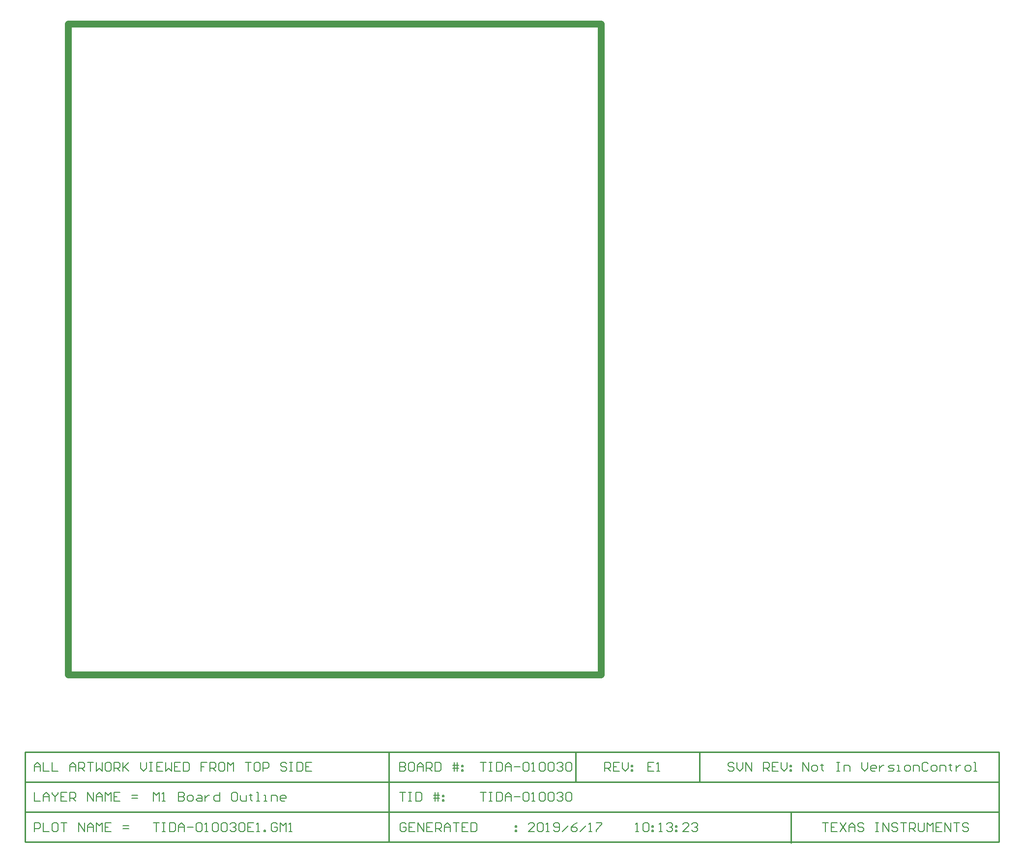
<source format=gm1>
G04 Layer_Color=11296232*
%FSAX25Y25*%
%MOIN*%
G70*
G01*
G75*
%ADD49C,0.01000*%
%ADD63C,0.00800*%
%ADD149C,0.04724*%
G54D49*
X0559400Y0039400D02*
Y0059683D01*
X0440500Y0040050D02*
X0700200D01*
Y0101050D01*
X0286500Y0040050D02*
Y0101050D01*
X0040000Y0040050D02*
Y0101050D01*
X0040050Y0040050D02*
X0197600D01*
X0040050D02*
Y0101050D01*
Y0101050D02*
X0700200D01*
X0040000Y0040050D02*
X0440500D01*
X0040000Y0060383D02*
X0700000D01*
X0040000Y0080717D02*
X0700200D01*
X0413200D02*
Y0101050D01*
X0497200Y0080717D02*
Y0101050D01*
G54D63*
X0126900Y0067551D02*
Y0073549D01*
X0128899Y0071549D01*
X0130899Y0073549D01*
Y0067551D01*
X0132898D02*
X0134897D01*
X0133898D01*
Y0073549D01*
X0132898Y0072549D01*
X0143895Y0073549D02*
Y0067551D01*
X0146894D01*
X0147893Y0068550D01*
Y0069550D01*
X0146894Y0070550D01*
X0143895D01*
X0146894D01*
X0147893Y0071549D01*
Y0072549D01*
X0146894Y0073549D01*
X0143895D01*
X0150892Y0067551D02*
X0152892D01*
X0153891Y0068550D01*
Y0070550D01*
X0152892Y0071549D01*
X0150892D01*
X0149893Y0070550D01*
Y0068550D01*
X0150892Y0067551D01*
X0156890Y0071549D02*
X0158890D01*
X0159889Y0070550D01*
Y0067551D01*
X0156890D01*
X0155891Y0068550D01*
X0156890Y0069550D01*
X0159889D01*
X0161889Y0071549D02*
Y0067551D01*
Y0069550D01*
X0162888Y0070550D01*
X0163888Y0071549D01*
X0164888D01*
X0171885Y0073549D02*
Y0067551D01*
X0168886D01*
X0167887Y0068550D01*
Y0070550D01*
X0168886Y0071549D01*
X0171885D01*
X0182882Y0073549D02*
X0180883D01*
X0179883Y0072549D01*
Y0068550D01*
X0180883Y0067551D01*
X0182882D01*
X0183882Y0068550D01*
Y0072549D01*
X0182882Y0073549D01*
X0185881Y0071549D02*
Y0068550D01*
X0186881Y0067551D01*
X0189880D01*
Y0071549D01*
X0192879Y0072549D02*
Y0071549D01*
X0191879D01*
X0193878D01*
X0192879D01*
Y0068550D01*
X0193878Y0067551D01*
X0196877D02*
X0198877D01*
X0197877D01*
Y0073549D01*
X0196877D01*
X0201876Y0067551D02*
X0203875D01*
X0202875D01*
Y0071549D01*
X0201876D01*
X0206874Y0067551D02*
Y0071549D01*
X0209873D01*
X0210873Y0070550D01*
Y0067551D01*
X0215871D02*
X0213872D01*
X0212872Y0068550D01*
Y0070550D01*
X0213872Y0071549D01*
X0215871D01*
X0216871Y0070550D01*
Y0069550D01*
X0212872D01*
X0348550Y0073498D02*
X0352549D01*
X0350549D01*
Y0067500D01*
X0354548Y0073498D02*
X0356547D01*
X0355548D01*
Y0067500D01*
X0354548D01*
X0356547D01*
X0359546Y0073498D02*
Y0067500D01*
X0362545D01*
X0363545Y0068500D01*
Y0072498D01*
X0362545Y0073498D01*
X0359546D01*
X0365545Y0067500D02*
Y0071499D01*
X0367544Y0073498D01*
X0369543Y0071499D01*
Y0067500D01*
Y0070499D01*
X0365545D01*
X0371543D02*
X0375541D01*
X0377541Y0072498D02*
X0378540Y0073498D01*
X0380540D01*
X0381539Y0072498D01*
Y0068500D01*
X0380540Y0067500D01*
X0378540D01*
X0377541Y0068500D01*
Y0072498D01*
X0383539Y0067500D02*
X0385538D01*
X0384538D01*
Y0073498D01*
X0383539Y0072498D01*
X0388537D02*
X0389537Y0073498D01*
X0391536D01*
X0392536Y0072498D01*
Y0068500D01*
X0391536Y0067500D01*
X0389537D01*
X0388537Y0068500D01*
Y0072498D01*
X0394535D02*
X0395535Y0073498D01*
X0397534D01*
X0398534Y0072498D01*
Y0068500D01*
X0397534Y0067500D01*
X0395535D01*
X0394535Y0068500D01*
Y0072498D01*
X0400533D02*
X0401533Y0073498D01*
X0403532D01*
X0404532Y0072498D01*
Y0071499D01*
X0403532Y0070499D01*
X0402532D01*
X0403532D01*
X0404532Y0069499D01*
Y0068500D01*
X0403532Y0067500D01*
X0401533D01*
X0400533Y0068500D01*
X0406531Y0072498D02*
X0407531Y0073498D01*
X0409530D01*
X0410530Y0072498D01*
Y0068500D01*
X0409530Y0067500D01*
X0407531D01*
X0406531Y0068500D01*
Y0072498D01*
X0294000Y0073498D02*
X0297999D01*
X0295999D01*
Y0067500D01*
X0299998Y0073498D02*
X0301997D01*
X0300998D01*
Y0067500D01*
X0299998D01*
X0301997D01*
X0304996Y0073498D02*
Y0067500D01*
X0307996D01*
X0308995Y0068500D01*
Y0072498D01*
X0307996Y0073498D01*
X0304996D01*
X0317992Y0067500D02*
Y0073498D01*
X0319992D02*
Y0067500D01*
X0316993Y0071499D02*
X0319992D01*
X0320991D01*
X0316993Y0069499D02*
X0320991D01*
X0322991Y0071499D02*
X0323990D01*
Y0070499D01*
X0322991D01*
Y0071499D01*
Y0068500D02*
X0323990D01*
Y0067500D01*
X0322991D01*
Y0068500D01*
X0580500Y0052965D02*
X0584499D01*
X0582499D01*
Y0046966D01*
X0590497Y0052965D02*
X0586498D01*
Y0046966D01*
X0590497D01*
X0586498Y0049966D02*
X0588497D01*
X0592496Y0052965D02*
X0596495Y0046966D01*
Y0052965D02*
X0592496Y0046966D01*
X0598494D02*
Y0050965D01*
X0600493Y0052965D01*
X0602493Y0050965D01*
Y0046966D01*
Y0049966D01*
X0598494D01*
X0608491Y0051965D02*
X0607491Y0052965D01*
X0605492D01*
X0604492Y0051965D01*
Y0050965D01*
X0605492Y0049966D01*
X0607491D01*
X0608491Y0048966D01*
Y0047966D01*
X0607491Y0046966D01*
X0605492D01*
X0604492Y0047966D01*
X0616488Y0052965D02*
X0618488D01*
X0617488D01*
Y0046966D01*
X0616488D01*
X0618488D01*
X0621487D02*
Y0052965D01*
X0625486Y0046966D01*
Y0052965D01*
X0631484Y0051965D02*
X0630484Y0052965D01*
X0628484D01*
X0627485Y0051965D01*
Y0050965D01*
X0628484Y0049966D01*
X0630484D01*
X0631484Y0048966D01*
Y0047966D01*
X0630484Y0046966D01*
X0628484D01*
X0627485Y0047966D01*
X0633483Y0052965D02*
X0637482D01*
X0635482D01*
Y0046966D01*
X0639481D02*
Y0052965D01*
X0642480D01*
X0643480Y0051965D01*
Y0049966D01*
X0642480Y0048966D01*
X0639481D01*
X0641480D02*
X0643480Y0046966D01*
X0645479Y0052965D02*
Y0047966D01*
X0646479Y0046966D01*
X0648478D01*
X0649478Y0047966D01*
Y0052965D01*
X0651477Y0046966D02*
Y0052965D01*
X0653476Y0050965D01*
X0655476Y0052965D01*
Y0046966D01*
X0661474Y0052965D02*
X0657475D01*
Y0046966D01*
X0661474D01*
X0657475Y0049966D02*
X0659474D01*
X0663473Y0046966D02*
Y0052965D01*
X0667472Y0046966D01*
Y0052965D01*
X0669471D02*
X0673470D01*
X0671471D01*
Y0046966D01*
X0679468Y0051965D02*
X0678468Y0052965D01*
X0676469D01*
X0675469Y0051965D01*
Y0050965D01*
X0676469Y0049966D01*
X0678468D01*
X0679468Y0048966D01*
Y0047966D01*
X0678468Y0046966D01*
X0676469D01*
X0675469Y0047966D01*
X0454050Y0046966D02*
X0456049D01*
X0455050D01*
Y0052965D01*
X0454050Y0051965D01*
X0459048D02*
X0460048Y0052965D01*
X0462047D01*
X0463047Y0051965D01*
Y0047966D01*
X0462047Y0046966D01*
X0460048D01*
X0459048Y0047966D01*
Y0051965D01*
X0465046Y0050965D02*
X0466046D01*
Y0049966D01*
X0465046D01*
Y0050965D01*
Y0047966D02*
X0466046D01*
Y0046966D01*
X0465046D01*
Y0047966D01*
X0470045Y0046966D02*
X0472044D01*
X0471044D01*
Y0052965D01*
X0470045Y0051965D01*
X0475043D02*
X0476043Y0052965D01*
X0478042D01*
X0479042Y0051965D01*
Y0050965D01*
X0478042Y0049966D01*
X0477043D01*
X0478042D01*
X0479042Y0048966D01*
Y0047966D01*
X0478042Y0046966D01*
X0476043D01*
X0475043Y0047966D01*
X0481041Y0050965D02*
X0482041D01*
Y0049966D01*
X0481041D01*
Y0050965D01*
Y0047966D02*
X0482041D01*
Y0046966D01*
X0481041D01*
Y0047966D01*
X0490038Y0046966D02*
X0486040D01*
X0490038Y0050965D01*
Y0051965D01*
X0489039Y0052965D01*
X0487039D01*
X0486040Y0051965D01*
X0492038D02*
X0493037Y0052965D01*
X0495037D01*
X0496036Y0051965D01*
Y0050965D01*
X0495037Y0049966D01*
X0494037D01*
X0495037D01*
X0496036Y0048966D01*
Y0047966D01*
X0495037Y0046966D01*
X0493037D01*
X0492038Y0047966D01*
X0046350Y0046966D02*
Y0052965D01*
X0049349D01*
X0050349Y0051965D01*
Y0049966D01*
X0049349Y0048966D01*
X0046350D01*
X0052348Y0052965D02*
Y0046966D01*
X0056347D01*
X0061345Y0052965D02*
X0059346D01*
X0058346Y0051965D01*
Y0047966D01*
X0059346Y0046966D01*
X0061345D01*
X0062345Y0047966D01*
Y0051965D01*
X0061345Y0052965D01*
X0064344D02*
X0068343D01*
X0066343D01*
Y0046966D01*
X0076340D02*
Y0052965D01*
X0080339Y0046966D01*
Y0052965D01*
X0082338Y0046966D02*
Y0050965D01*
X0084338Y0052965D01*
X0086337Y0050965D01*
Y0046966D01*
Y0049966D01*
X0082338D01*
X0088336Y0046966D02*
Y0052965D01*
X0090336Y0050965D01*
X0092335Y0052965D01*
Y0046966D01*
X0098333Y0052965D02*
X0094335D01*
Y0046966D01*
X0098333D01*
X0094335Y0049966D02*
X0096334D01*
X0106331Y0048966D02*
X0110329D01*
X0106331Y0050965D02*
X0110329D01*
X0046350Y0073549D02*
Y0067551D01*
X0050349D01*
X0052348D02*
Y0071549D01*
X0054347Y0073549D01*
X0056347Y0071549D01*
Y0067551D01*
Y0070550D01*
X0052348D01*
X0058346Y0073549D02*
Y0072549D01*
X0060346Y0070550D01*
X0062345Y0072549D01*
Y0073549D01*
X0060346Y0070550D02*
Y0067551D01*
X0068343Y0073549D02*
X0064344D01*
Y0067551D01*
X0068343D01*
X0064344Y0070550D02*
X0066343D01*
X0070342Y0067551D02*
Y0073549D01*
X0073341D01*
X0074341Y0072549D01*
Y0070550D01*
X0073341Y0069550D01*
X0070342D01*
X0072342D02*
X0074341Y0067551D01*
X0082338D02*
Y0073549D01*
X0086337Y0067551D01*
Y0073549D01*
X0088336Y0067551D02*
Y0071549D01*
X0090336Y0073549D01*
X0092335Y0071549D01*
Y0067551D01*
Y0070550D01*
X0088336D01*
X0094335Y0067551D02*
Y0073549D01*
X0096334Y0071549D01*
X0098333Y0073549D01*
Y0067551D01*
X0104331Y0073549D02*
X0100332D01*
Y0067551D01*
X0104331D01*
X0100332Y0070550D02*
X0102332D01*
X0112329Y0069550D02*
X0116327D01*
X0112329Y0071549D02*
X0116327D01*
X0294000Y0093831D02*
Y0087833D01*
X0296999D01*
X0297999Y0088833D01*
Y0089833D01*
X0296999Y0090832D01*
X0294000D01*
X0296999D01*
X0297999Y0091832D01*
Y0092832D01*
X0296999Y0093831D01*
X0294000D01*
X0302997D02*
X0300998D01*
X0299998Y0092832D01*
Y0088833D01*
X0300998Y0087833D01*
X0302997D01*
X0303997Y0088833D01*
Y0092832D01*
X0302997Y0093831D01*
X0305996Y0087833D02*
Y0091832D01*
X0307996Y0093831D01*
X0309995Y0091832D01*
Y0087833D01*
Y0090832D01*
X0305996D01*
X0311994Y0087833D02*
Y0093831D01*
X0314993D01*
X0315993Y0092832D01*
Y0090832D01*
X0314993Y0089833D01*
X0311994D01*
X0313994D02*
X0315993Y0087833D01*
X0317992Y0093831D02*
Y0087833D01*
X0320991D01*
X0321991Y0088833D01*
Y0092832D01*
X0320991Y0093831D01*
X0317992D01*
X0330988Y0087833D02*
Y0093831D01*
X0332987D02*
Y0087833D01*
X0329988Y0091832D02*
X0332987D01*
X0333987D01*
X0329988Y0089833D02*
X0333987D01*
X0335986Y0091832D02*
X0336986D01*
Y0090832D01*
X0335986D01*
Y0091832D01*
Y0088833D02*
X0336986D01*
Y0087833D01*
X0335986D01*
Y0088833D01*
X0348550Y0093831D02*
X0352549D01*
X0350549D01*
Y0087833D01*
X0354548Y0093831D02*
X0356547D01*
X0355548D01*
Y0087833D01*
X0354548D01*
X0356547D01*
X0359546Y0093831D02*
Y0087833D01*
X0362545D01*
X0363545Y0088833D01*
Y0092832D01*
X0362545Y0093831D01*
X0359546D01*
X0365545Y0087833D02*
Y0091832D01*
X0367544Y0093831D01*
X0369543Y0091832D01*
Y0087833D01*
Y0090832D01*
X0365545D01*
X0371543D02*
X0375541D01*
X0377541Y0092832D02*
X0378540Y0093831D01*
X0380540D01*
X0381539Y0092832D01*
Y0088833D01*
X0380540Y0087833D01*
X0378540D01*
X0377541Y0088833D01*
Y0092832D01*
X0383539Y0087833D02*
X0385538D01*
X0384538D01*
Y0093831D01*
X0383539Y0092832D01*
X0388537D02*
X0389537Y0093831D01*
X0391536D01*
X0392536Y0092832D01*
Y0088833D01*
X0391536Y0087833D01*
X0389537D01*
X0388537Y0088833D01*
Y0092832D01*
X0394535D02*
X0395535Y0093831D01*
X0397534D01*
X0398534Y0092832D01*
Y0088833D01*
X0397534Y0087833D01*
X0395535D01*
X0394535Y0088833D01*
Y0092832D01*
X0400533D02*
X0401533Y0093831D01*
X0403532D01*
X0404532Y0092832D01*
Y0091832D01*
X0403532Y0090832D01*
X0402532D01*
X0403532D01*
X0404532Y0089833D01*
Y0088833D01*
X0403532Y0087833D01*
X0401533D01*
X0400533Y0088833D01*
X0406531Y0092832D02*
X0407531Y0093831D01*
X0409530D01*
X0410530Y0092832D01*
Y0088833D01*
X0409530Y0087833D01*
X0407531D01*
X0406531Y0088833D01*
Y0092832D01*
X0466149Y0093831D02*
X0462150D01*
Y0087833D01*
X0466149D01*
X0462150Y0090832D02*
X0464149D01*
X0468148Y0087833D02*
X0470147D01*
X0469148D01*
Y0093831D01*
X0468148Y0092832D01*
X0046350Y0087833D02*
Y0091832D01*
X0048349Y0093831D01*
X0050349Y0091832D01*
Y0087833D01*
Y0090832D01*
X0046350D01*
X0052348Y0093831D02*
Y0087833D01*
X0056347D01*
X0058346Y0093831D02*
Y0087833D01*
X0062345D01*
X0070342D02*
Y0091832D01*
X0072342Y0093831D01*
X0074341Y0091832D01*
Y0087833D01*
Y0090832D01*
X0070342D01*
X0076340Y0087833D02*
Y0093831D01*
X0079339D01*
X0080339Y0092832D01*
Y0090832D01*
X0079339Y0089833D01*
X0076340D01*
X0078340D02*
X0080339Y0087833D01*
X0082338Y0093831D02*
X0086337D01*
X0084338D01*
Y0087833D01*
X0088336Y0093831D02*
Y0087833D01*
X0090336Y0089833D01*
X0092335Y0087833D01*
Y0093831D01*
X0097334D02*
X0095334D01*
X0094335Y0092832D01*
Y0088833D01*
X0095334Y0087833D01*
X0097334D01*
X0098333Y0088833D01*
Y0092832D01*
X0097334Y0093831D01*
X0100332Y0087833D02*
Y0093831D01*
X0103332D01*
X0104331Y0092832D01*
Y0090832D01*
X0103332Y0089833D01*
X0100332D01*
X0102332D02*
X0104331Y0087833D01*
X0106331Y0093831D02*
Y0087833D01*
Y0089833D01*
X0110329Y0093831D01*
X0107330Y0090832D01*
X0110329Y0087833D01*
X0118327Y0093831D02*
Y0089833D01*
X0120326Y0087833D01*
X0122325Y0089833D01*
Y0093831D01*
X0124325D02*
X0126324D01*
X0125324D01*
Y0087833D01*
X0124325D01*
X0126324D01*
X0133322Y0093831D02*
X0129323D01*
Y0087833D01*
X0133322D01*
X0129323Y0090832D02*
X0131323D01*
X0135321Y0093831D02*
Y0087833D01*
X0137321Y0089833D01*
X0139320Y0087833D01*
Y0093831D01*
X0145318D02*
X0141319D01*
Y0087833D01*
X0145318D01*
X0141319Y0090832D02*
X0143319D01*
X0147317Y0093831D02*
Y0087833D01*
X0150316D01*
X0151316Y0088833D01*
Y0092832D01*
X0150316Y0093831D01*
X0147317D01*
X0163312D02*
X0159313D01*
Y0090832D01*
X0161313D01*
X0159313D01*
Y0087833D01*
X0165312D02*
Y0093831D01*
X0168310D01*
X0169310Y0092832D01*
Y0090832D01*
X0168310Y0089833D01*
X0165312D01*
X0167311D02*
X0169310Y0087833D01*
X0174309Y0093831D02*
X0172309D01*
X0171310Y0092832D01*
Y0088833D01*
X0172309Y0087833D01*
X0174309D01*
X0175308Y0088833D01*
Y0092832D01*
X0174309Y0093831D01*
X0177308Y0087833D02*
Y0093831D01*
X0179307Y0091832D01*
X0181306Y0093831D01*
Y0087833D01*
X0189304Y0093831D02*
X0193303D01*
X0191303D01*
Y0087833D01*
X0198301Y0093831D02*
X0196301D01*
X0195302Y0092832D01*
Y0088833D01*
X0196301Y0087833D01*
X0198301D01*
X0199301Y0088833D01*
Y0092832D01*
X0198301Y0093831D01*
X0201300Y0087833D02*
Y0093831D01*
X0204299D01*
X0205299Y0092832D01*
Y0090832D01*
X0204299Y0089833D01*
X0201300D01*
X0217295Y0092832D02*
X0216295Y0093831D01*
X0214296D01*
X0213296Y0092832D01*
Y0091832D01*
X0214296Y0090832D01*
X0216295D01*
X0217295Y0089833D01*
Y0088833D01*
X0216295Y0087833D01*
X0214296D01*
X0213296Y0088833D01*
X0219294Y0093831D02*
X0221293D01*
X0220294D01*
Y0087833D01*
X0219294D01*
X0221293D01*
X0224292Y0093831D02*
Y0087833D01*
X0227291D01*
X0228291Y0088833D01*
Y0092832D01*
X0227291Y0093831D01*
X0224292D01*
X0234289D02*
X0230291D01*
Y0087833D01*
X0234289D01*
X0230291Y0090832D02*
X0232290D01*
X0298199Y0051965D02*
X0297199Y0052965D01*
X0295200D01*
X0294200Y0051965D01*
Y0047966D01*
X0295200Y0046966D01*
X0297199D01*
X0298199Y0047966D01*
Y0049966D01*
X0296199D01*
X0304197Y0052965D02*
X0300198D01*
Y0046966D01*
X0304197D01*
X0300198Y0049966D02*
X0302197D01*
X0306196Y0046966D02*
Y0052965D01*
X0310195Y0046966D01*
Y0052965D01*
X0316193D02*
X0312194D01*
Y0046966D01*
X0316193D01*
X0312194Y0049966D02*
X0314194D01*
X0318192Y0046966D02*
Y0052965D01*
X0321191D01*
X0322191Y0051965D01*
Y0049966D01*
X0321191Y0048966D01*
X0318192D01*
X0320192D02*
X0322191Y0046966D01*
X0324190D02*
Y0050965D01*
X0326190Y0052965D01*
X0328189Y0050965D01*
Y0046966D01*
Y0049966D01*
X0324190D01*
X0330188Y0052965D02*
X0334187D01*
X0332188D01*
Y0046966D01*
X0340185Y0052965D02*
X0336186D01*
Y0046966D01*
X0340185D01*
X0336186Y0049966D02*
X0338186D01*
X0342184Y0052965D02*
Y0046966D01*
X0345183D01*
X0346183Y0047966D01*
Y0051965D01*
X0345183Y0052965D01*
X0342184D01*
X0372175Y0050965D02*
X0373175D01*
Y0049966D01*
X0372175D01*
Y0050965D01*
Y0047966D02*
X0373175D01*
Y0046966D01*
X0372175D01*
Y0047966D01*
X0385149Y0046966D02*
X0381150D01*
X0385149Y0050965D01*
Y0051965D01*
X0384149Y0052965D01*
X0382150D01*
X0381150Y0051965D01*
X0387148D02*
X0388148Y0052965D01*
X0390147D01*
X0391147Y0051965D01*
Y0047966D01*
X0390147Y0046966D01*
X0388148D01*
X0387148Y0047966D01*
Y0051965D01*
X0393146Y0046966D02*
X0395146D01*
X0394146D01*
Y0052965D01*
X0393146Y0051965D01*
X0398145Y0047966D02*
X0399144Y0046966D01*
X0401144D01*
X0402143Y0047966D01*
Y0051965D01*
X0401144Y0052965D01*
X0399144D01*
X0398145Y0051965D01*
Y0050965D01*
X0399144Y0049966D01*
X0402143D01*
X0404143Y0046966D02*
X0408141Y0050965D01*
X0414139Y0052965D02*
X0412140Y0051965D01*
X0410141Y0049966D01*
Y0047966D01*
X0411140Y0046966D01*
X0413140D01*
X0414139Y0047966D01*
Y0048966D01*
X0413140Y0049966D01*
X0410141D01*
X0416139Y0046966D02*
X0420137Y0050965D01*
X0422137Y0046966D02*
X0424136D01*
X0423136D01*
Y0052965D01*
X0422137Y0051965D01*
X0427135Y0052965D02*
X0431134D01*
Y0051965D01*
X0427135Y0047966D01*
Y0046966D01*
X0126900Y0052965D02*
X0130899D01*
X0128899D01*
Y0046966D01*
X0132898Y0052965D02*
X0134897D01*
X0133898D01*
Y0046966D01*
X0132898D01*
X0134897D01*
X0137896Y0052965D02*
Y0046966D01*
X0140895D01*
X0141895Y0047966D01*
Y0051965D01*
X0140895Y0052965D01*
X0137896D01*
X0143895Y0046966D02*
Y0050965D01*
X0145894Y0052965D01*
X0147893Y0050965D01*
Y0046966D01*
Y0049966D01*
X0143895D01*
X0149893D02*
X0153891D01*
X0155891Y0051965D02*
X0156890Y0052965D01*
X0158890D01*
X0159889Y0051965D01*
Y0047966D01*
X0158890Y0046966D01*
X0156890D01*
X0155891Y0047966D01*
Y0051965D01*
X0161889Y0046966D02*
X0163888D01*
X0162888D01*
Y0052965D01*
X0161889Y0051965D01*
X0166887D02*
X0167887Y0052965D01*
X0169886D01*
X0170886Y0051965D01*
Y0047966D01*
X0169886Y0046966D01*
X0167887D01*
X0166887Y0047966D01*
Y0051965D01*
X0172885D02*
X0173885Y0052965D01*
X0175884D01*
X0176884Y0051965D01*
Y0047966D01*
X0175884Y0046966D01*
X0173885D01*
X0172885Y0047966D01*
Y0051965D01*
X0178883D02*
X0179883Y0052965D01*
X0181882D01*
X0182882Y0051965D01*
Y0050965D01*
X0181882Y0049966D01*
X0180883D01*
X0181882D01*
X0182882Y0048966D01*
Y0047966D01*
X0181882Y0046966D01*
X0179883D01*
X0178883Y0047966D01*
X0184881Y0051965D02*
X0185881Y0052965D01*
X0187880D01*
X0188880Y0051965D01*
Y0047966D01*
X0187880Y0046966D01*
X0185881D01*
X0184881Y0047966D01*
Y0051965D01*
X0194878Y0052965D02*
X0190879D01*
Y0046966D01*
X0194878D01*
X0190879Y0049966D02*
X0192879D01*
X0196877Y0046966D02*
X0198877D01*
X0197877D01*
Y0052965D01*
X0196877Y0051965D01*
X0201876Y0046966D02*
Y0047966D01*
X0202875D01*
Y0046966D01*
X0201876D01*
X0210873Y0051965D02*
X0209873Y0052965D01*
X0207874D01*
X0206874Y0051965D01*
Y0047966D01*
X0207874Y0046966D01*
X0209873D01*
X0210873Y0047966D01*
Y0049966D01*
X0208874D01*
X0212872Y0046966D02*
Y0052965D01*
X0214872Y0050965D01*
X0216871Y0052965D01*
Y0046966D01*
X0218870D02*
X0220870D01*
X0219870D01*
Y0052965D01*
X0218870Y0051965D01*
X0433000Y0087833D02*
Y0093831D01*
X0435999D01*
X0436999Y0092832D01*
Y0090832D01*
X0435999Y0089833D01*
X0433000D01*
X0434999D02*
X0436999Y0087833D01*
X0442997Y0093831D02*
X0438998D01*
Y0087833D01*
X0442997D01*
X0438998Y0090832D02*
X0440997D01*
X0444996Y0093831D02*
Y0089833D01*
X0446995Y0087833D01*
X0448995Y0089833D01*
Y0093831D01*
X0450994Y0091832D02*
X0451994D01*
Y0090832D01*
X0450994D01*
Y0091832D01*
Y0088833D02*
X0451994D01*
Y0087833D01*
X0450994D01*
Y0088833D01*
X0520799Y0092832D02*
X0519799Y0093831D01*
X0517800D01*
X0516800Y0092832D01*
Y0091832D01*
X0517800Y0090832D01*
X0519799D01*
X0520799Y0089833D01*
Y0088833D01*
X0519799Y0087833D01*
X0517800D01*
X0516800Y0088833D01*
X0522798Y0093831D02*
Y0089833D01*
X0524797Y0087833D01*
X0526797Y0089833D01*
Y0093831D01*
X0528796Y0087833D02*
Y0093831D01*
X0532795Y0087833D01*
Y0093831D01*
X0540792Y0087833D02*
Y0093831D01*
X0543791D01*
X0544791Y0092832D01*
Y0090832D01*
X0543791Y0089833D01*
X0540792D01*
X0542792D02*
X0544791Y0087833D01*
X0550789Y0093831D02*
X0546790D01*
Y0087833D01*
X0550789D01*
X0546790Y0090832D02*
X0548790D01*
X0552788Y0093831D02*
Y0089833D01*
X0554788Y0087833D01*
X0556787Y0089833D01*
Y0093831D01*
X0558786Y0091832D02*
X0559786D01*
Y0090832D01*
X0558786D01*
Y0091832D01*
Y0088833D02*
X0559786D01*
Y0087833D01*
X0558786D01*
Y0088833D01*
X0567400Y0087833D02*
Y0093831D01*
X0571399Y0087833D01*
Y0093831D01*
X0574398Y0087833D02*
X0576397D01*
X0577397Y0088833D01*
Y0090832D01*
X0576397Y0091832D01*
X0574398D01*
X0573398Y0090832D01*
Y0088833D01*
X0574398Y0087833D01*
X0580396Y0092832D02*
Y0091832D01*
X0579396D01*
X0581395D01*
X0580396D01*
Y0088833D01*
X0581395Y0087833D01*
X0590393Y0093831D02*
X0592392D01*
X0591392D01*
Y0087833D01*
X0590393D01*
X0592392D01*
X0595391D02*
Y0091832D01*
X0598390D01*
X0599390Y0090832D01*
Y0087833D01*
X0607387Y0093831D02*
Y0089833D01*
X0609386Y0087833D01*
X0611386Y0089833D01*
Y0093831D01*
X0616384Y0087833D02*
X0614385D01*
X0613385Y0088833D01*
Y0090832D01*
X0614385Y0091832D01*
X0616384D01*
X0617384Y0090832D01*
Y0089833D01*
X0613385D01*
X0619383Y0091832D02*
Y0087833D01*
Y0089833D01*
X0620383Y0090832D01*
X0621383Y0091832D01*
X0622382D01*
X0625381Y0087833D02*
X0628380D01*
X0629380Y0088833D01*
X0628380Y0089833D01*
X0626381D01*
X0625381Y0090832D01*
X0626381Y0091832D01*
X0629380D01*
X0631379Y0087833D02*
X0633379D01*
X0632379D01*
Y0091832D01*
X0631379D01*
X0637377Y0087833D02*
X0639377D01*
X0640376Y0088833D01*
Y0090832D01*
X0639377Y0091832D01*
X0637377D01*
X0636378Y0090832D01*
Y0088833D01*
X0637377Y0087833D01*
X0642376D02*
Y0091832D01*
X0645375D01*
X0646374Y0090832D01*
Y0087833D01*
X0652373Y0092832D02*
X0651373Y0093831D01*
X0649373D01*
X0648374Y0092832D01*
Y0088833D01*
X0649373Y0087833D01*
X0651373D01*
X0652373Y0088833D01*
X0655372Y0087833D02*
X0657371D01*
X0658371Y0088833D01*
Y0090832D01*
X0657371Y0091832D01*
X0655372D01*
X0654372Y0090832D01*
Y0088833D01*
X0655372Y0087833D01*
X0660370D02*
Y0091832D01*
X0663369D01*
X0664369Y0090832D01*
Y0087833D01*
X0667368Y0092832D02*
Y0091832D01*
X0666368D01*
X0668367D01*
X0667368D01*
Y0088833D01*
X0668367Y0087833D01*
X0671366Y0091832D02*
Y0087833D01*
Y0089833D01*
X0672366Y0090832D01*
X0673366Y0091832D01*
X0674365D01*
X0678364Y0087833D02*
X0680364D01*
X0681363Y0088833D01*
Y0090832D01*
X0680364Y0091832D01*
X0678364D01*
X0677364Y0090832D01*
Y0088833D01*
X0678364Y0087833D01*
X0683362D02*
X0685362D01*
X0684362D01*
Y0093831D01*
X0683362D01*
G54D149*
X0069200Y0153400D02*
Y0594900D01*
X0430500D01*
Y0153400D02*
Y0594900D01*
X0069200Y0153400D02*
X0430500D01*
M02*

</source>
